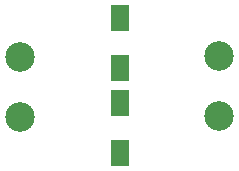
<source format=gts>
G04 #@! TF.FileFunction,Soldermask,Top*
%FSLAX46Y46*%
G04 Gerber Fmt 4.6, Leading zero omitted, Abs format (unit mm)*
G04 Created by KiCad (PCBNEW (2014-jul-16 BZR unknown)-product) date Sat 31 Jan 2015 01:48:02 PM EST*
%MOMM*%
G01*
G04 APERTURE LIST*
%ADD10C,0.100000*%
%ADD11R,1.550000X2.300000*%
%ADD12C,2.500000*%
G04 APERTURE END LIST*
D10*
D11*
X140400000Y-90050000D03*
X140400000Y-94350000D03*
X140400000Y-97250000D03*
X140400000Y-101550000D03*
D12*
X132000000Y-93400000D03*
X132000000Y-98480000D03*
X148800000Y-98400000D03*
X148800000Y-93320000D03*
M02*

</source>
